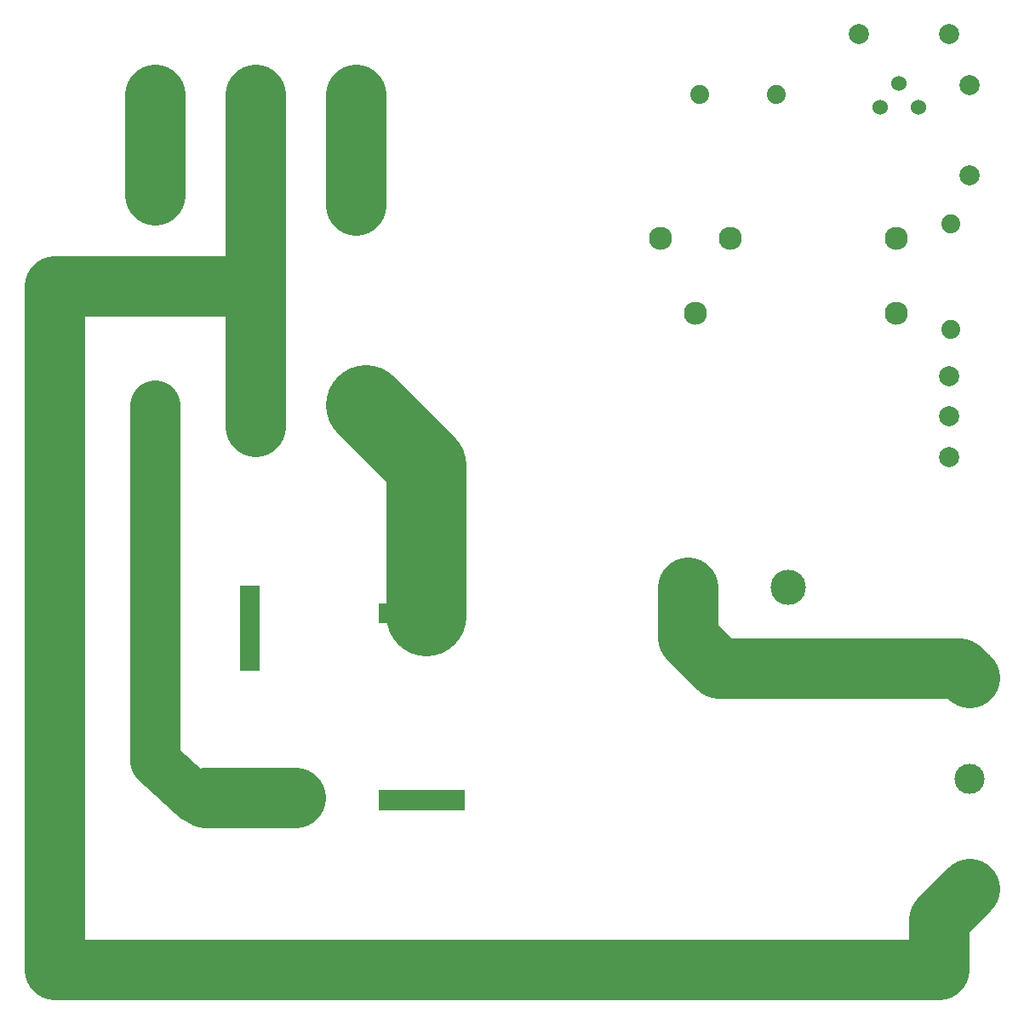
<source format=gbl>
G04 Layer: BottomLayer*
G04 EasyEDA v6.4.23, 2021-09-03T20:20:49+02:00*
G04 56e5470889644eeea0650e3736ad501c,9749f264c22c4078942e6e06db5db619,10*
G04 Gerber Generator version 0.2*
G04 Scale: 100 percent, Rotated: No, Reflected: No *
G04 Dimensions in millimeters *
G04 leading zeros omitted , absolute positions ,4 integer and 5 decimal *
%FSLAX45Y45*%
%MOMM*%

%ADD12C,6.0000*%
%ADD13C,3.0000*%
%ADD18C,3.5000*%
%ADD19C,1.8796*%
%ADD20C,2.3000*%
%ADD21C,1.5240*%
%ADD22C,2.0000*%
%ADD23C,5.0000*%
%ADD24C,8.0000*%

%LPD*%
D12*
X1997501Y2112101D02*
G01*
X2897502Y2112101D01*
D23*
X1497502Y6012098D02*
G01*
X1497502Y2470815D01*
X1897501Y2112101D01*
D24*
X4197504Y3912097D02*
G01*
X4197504Y5412099D01*
X3597503Y6012098D01*
D12*
X6799999Y4199999D02*
G01*
X6799999Y3700002D01*
X7100001Y3400000D01*
X9500001Y3400000D01*
X9600001Y3300001D01*
X1499999Y9099999D02*
G01*
X1499999Y8099999D01*
X2500000Y9099999D02*
G01*
X2500000Y5800001D01*
X3500000Y9099999D02*
G01*
X3500000Y7999999D01*
X2500122Y7199884D02*
G01*
X500126Y7199884D01*
X500126Y400050D01*
X9299956Y400050D01*
X9299956Y899921D01*
X9599929Y1199895D01*
G36*
X3728374Y4042133D02*
G01*
X3728374Y3842133D01*
X4578360Y3842133D01*
X4578360Y4042133D01*
G37*
G36*
X3728069Y2182446D02*
G01*
X3728069Y1982447D01*
X4578055Y1982447D01*
X4578055Y2182446D01*
G37*
G36*
X2248214Y2182065D02*
G01*
X2248214Y1982066D01*
X3098200Y1982066D01*
X3098200Y2182065D01*
G37*
G36*
X2541635Y4220466D02*
G01*
X2341636Y4220466D01*
X2341636Y3370480D01*
X2541635Y3370480D01*
G37*
D18*
G01*
X6800011Y4199991D03*
G01*
X7800009Y4199991D03*
D19*
G01*
X6919010Y9100007D03*
G01*
X7681010Y9100007D03*
D20*
G01*
X6525006Y7675041D03*
G01*
X7225029Y7675041D03*
G01*
X6875018Y6924979D03*
G01*
X8875013Y7675041D03*
G01*
X8875013Y6924979D03*
D19*
G01*
X9412706Y7816595D03*
G01*
X9412706Y6766610D03*
D21*
G01*
X8709507Y8974607D03*
G01*
X8900007Y9215907D03*
G01*
X9090507Y8974607D03*
D22*
G01*
X8500008Y9700005D03*
G01*
X9400006Y9700005D03*
G01*
X9600006Y9200006D03*
G01*
X9600006Y8300008D03*
D13*
G01*
X1467510Y8021091D03*
G01*
X1467510Y6051092D03*
G01*
X3497503Y8021091D03*
G01*
X3497503Y6051092D03*
G01*
X2497505Y5812104D03*
D22*
G01*
X9400006Y5499988D03*
G01*
X9400006Y5899988D03*
G01*
X9400006Y6299987D03*
D13*
G01*
X9600006Y3299993D03*
G01*
X9600006Y2299995D03*
G01*
X1499996Y9100007D03*
G01*
X3499993Y9100007D03*
G01*
X2499995Y9100007D03*
G01*
X9600006Y1199997D03*
M02*

</source>
